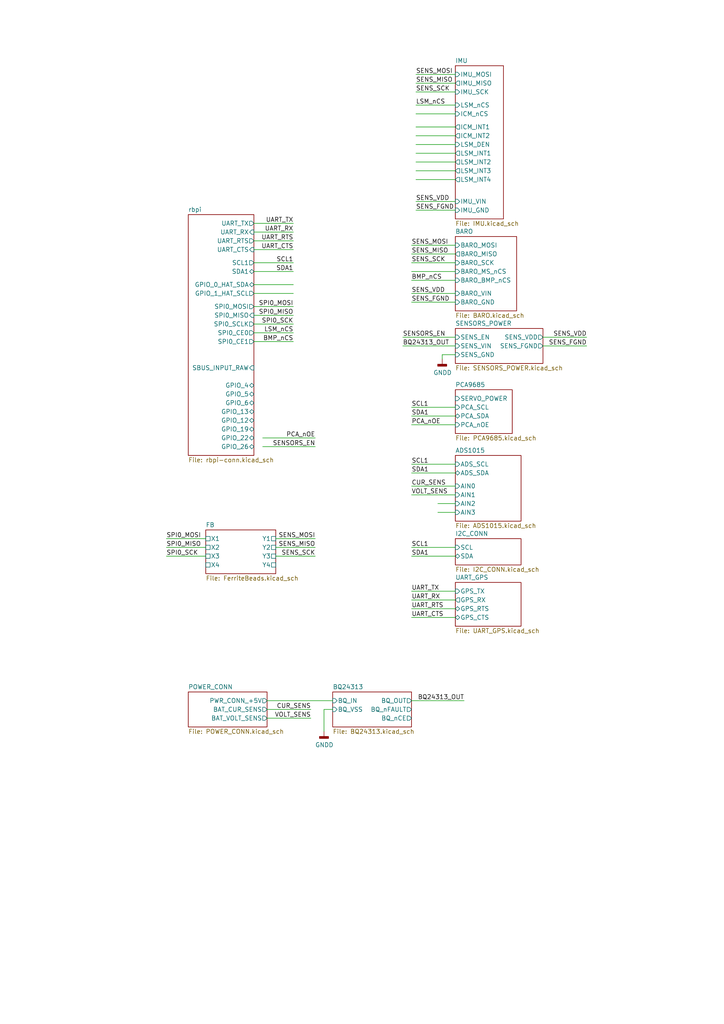
<source format=kicad_sch>
(kicad_sch (version 20230121) (generator eeschema)
  (paper "A4" portrait)
  (title_block (title "RasPi Zero NAV Hat") (date "2022-10-12") (rev "0.1") (company "chipiki.ru") (comment 1 "RasPi Zero NAV Hat") (comment 2 "Denis Tsekh"))
  (lib_symbols
    (symbol "power:GNDD" (power) (pin_names (offset 0))
      (property "Value" "GNDD" (at 0 -3.175 0))
      (symbol "GNDD_0_1"
        (rectangle (start -1.27 -1.524) (end 1.27 -2.032) (stroke (width 0.254)) (fill (type outline)))
        (polyline (pts (xy 0 0) (xy 0 -1.524)))
      )
      (symbol "GNDD_1_1"
        (pin power_in line (at 0 0 270) (length 0) hide (name "GNDD") (number "1"))
      )
    )
  )
  (wire (pts (xy 132.08 97.79) (xy 116.84 97.79)))
  (wire (pts (xy 132.08 41.91) (xy 120.65 41.91)))
  (wire (pts (xy 76.2 127) (xy 91.44 127)))
  (wire (pts (xy 157.48 97.79) (xy 170.18 97.79)))
  (wire (pts (xy 73.66 64.77) (xy 85.09 64.77)))
  (wire (pts (xy 119.38 76.2) (xy 132.08 76.2)))
  (wire (pts (xy 132.08 146.05) (xy 127 146.05)))
  (wire (pts (xy 132.08 49.53) (xy 120.65 49.53)))
  (wire (pts (xy 59.69 156.21) (xy 48.26 156.21)))
  (wire (pts (xy 132.08 24.13) (xy 120.65 24.13)))
  (wire (pts (xy 132.08 87.63) (xy 119.38 87.63)))
  (wire (pts (xy 73.66 78.74) (xy 85.09 78.74)))
  (wire (pts (xy 73.66 85.09) (xy 85.09 85.09)))
  (wire (pts (xy 73.66 69.85) (xy 85.09 69.85)))
  (wire (pts (xy 119.38 118.11) (xy 132.08 118.11)))
  (wire (pts (xy 119.38 171.45) (xy 132.08 171.45)))
  (wire (pts (xy 132.08 81.28) (xy 119.38 81.28)))
  (wire (pts (xy 73.66 96.52) (xy 85.09 96.52)))
  (wire (pts (xy 73.66 93.98) (xy 85.09 93.98)))
  (wire (pts (xy 96.52 205.74) (xy 93.98 205.74)))
  (wire (pts (xy 132.08 100.33) (xy 116.84 100.33)))
  (wire (pts (xy 132.08 123.19) (xy 119.38 123.19)))
  (wire (pts (xy 80.01 161.29) (xy 91.44 161.29)))
  (wire (pts (xy 132.08 33.02) (xy 120.65 33.02)))
  (wire (pts (xy 73.66 99.06) (xy 85.09 99.06)))
  (wire (pts (xy 73.66 72.39) (xy 85.09 72.39)))
  (wire (pts (xy 132.08 39.37) (xy 120.65 39.37)))
  (wire (pts (xy 132.08 26.67) (xy 120.65 26.67)))
  (wire (pts (xy 119.38 161.29) (xy 132.08 161.29)))
  (wire (pts (xy 132.08 58.42) (xy 120.65 58.42)))
  (wire (pts (xy 132.08 46.99) (xy 120.65 46.99)))
  (wire (pts (xy 132.08 78.74) (xy 119.38 78.74)))
  (wire (pts (xy 132.08 102.87) (xy 128.27 102.87)))
  (wire (pts (xy 119.38 120.65) (xy 132.08 120.65)))
  (wire (pts (xy 119.38 140.97) (xy 132.08 140.97)))
  (wire (pts (xy 73.66 91.44) (xy 85.09 91.44)))
  (wire (pts (xy 132.08 52.07) (xy 120.65 52.07)))
  (wire (pts (xy 132.08 30.48) (xy 120.65 30.48)))
  (wire (pts (xy 59.69 158.75) (xy 48.26 158.75)))
  (wire (pts (xy 119.38 179.07) (xy 132.08 179.07)))
  (wire (pts (xy 119.38 71.12) (xy 132.08 71.12)))
  (wire (pts (xy 73.66 67.31) (xy 85.09 67.31)))
  (wire (pts (xy 80.01 156.21) (xy 91.44 156.21)))
  (wire (pts (xy 157.48 100.33) (xy 170.18 100.33)))
  (wire (pts (xy 73.66 76.2) (xy 85.09 76.2)))
  (wire (pts (xy 119.38 137.16) (xy 132.08 137.16)))
  (wire (pts (xy 132.08 85.09) (xy 119.38 85.09)))
  (wire (pts (xy 132.08 148.59) (xy 127 148.59)))
  (wire (pts (xy 119.38 143.51) (xy 132.08 143.51)))
  (wire (pts (xy 76.2 129.54) (xy 91.44 129.54)))
  (wire (pts (xy 119.38 158.75) (xy 132.08 158.75)))
  (wire (pts (xy 73.66 88.9) (xy 85.09 88.9)))
  (wire (pts (xy 77.47 205.74) (xy 90.17 205.74)))
  (wire (pts (xy 132.08 44.45) (xy 120.65 44.45)))
  (wire (pts (xy 119.38 203.2) (xy 134.62 203.2)))
  (wire (pts (xy 80.01 158.75) (xy 91.44 158.75)))
  (wire (pts (xy 59.69 161.29) (xy 48.26 161.29)))
  (wire (pts (xy 73.66 82.55) (xy 85.09 82.55)))
  (wire (pts (xy 132.08 60.96) (xy 120.65 60.96)))
  (wire (pts (xy 93.98 205.74) (xy 93.98 212.09)))
  (wire (pts (xy 77.47 208.28) (xy 90.17 208.28)))
  (wire (pts (xy 119.38 134.62) (xy 132.08 134.62)))
  (wire (pts (xy 119.38 73.66) (xy 132.08 73.66)))
  (wire (pts (xy 77.47 203.2) (xy 96.52 203.2)))
  (wire (pts (xy 132.08 36.83) (xy 120.65 36.83)))
  (wire (pts (xy 119.38 176.53) (xy 132.08 176.53)))
  (wire (pts (xy 128.27 102.87) (xy 128.27 104.14)))
  (wire (pts (xy 119.38 173.99) (xy 132.08 173.99)))
  (wire (pts (xy 132.08 21.59) (xy 120.65 21.59)))
  (label "SENS_FGND" (at 119.38 87.63 0))
  (label "BMP_nCS" (at 85.09 99.06 180))
  (label "VOLT_SENS" (at 90.17 208.28 180))
  (label "SENS_MISO" (at 91.44 158.75 180))
  (label "SPI0_SCK" (at 85.09 93.98 180))
  (label "SENS_VDD" (at 119.38 85.09 0))
  (label "UART_RTS" (at 119.38 176.53 0))
  (label "UART_RTS" (at 85.09 69.85 180))
  (label "SENSORS_EN" (at 116.84 97.79 0))
  (label "SDA1" (at 119.38 120.65 0))
  (label "UART_RX" (at 85.09 67.31 180))
  (label "UART_CTS" (at 119.38 179.07 0))
  (label "PCA_nOE" (at 91.44 127 180))
  (label "CUR_SENS" (at 90.17 205.74 180))
  (label "SPI0_SCK" (at 48.26 161.29 0))
  (label "LSM_nCS" (at 85.09 96.52 180))
  (label "SENSORS_EN" (at 91.44 129.54 180))
  (label "SDA1" (at 119.38 161.29 0))
  (label "SENS_SCK" (at 120.65 26.67 0))
  (label "SPI0_MOSI" (at 85.09 88.9 180))
  (label "VOLT_SENS" (at 119.38 143.51 0))
  (label "SCL1" (at 119.38 134.62 0))
  (label "BQ24313_OUT" (at 134.62 203.2 180))
  (label "SENS_SCK" (at 91.44 161.29 180))
  (label "SDA1" (at 85.09 78.74 180))
  (label "SENS_MISO" (at 119.38 73.66 0))
  (label "SENS_VDD" (at 170.18 97.79 180))
  (label "SENS_VDD" (at 120.65 58.42 0))
  (label "SCL1" (at 119.38 118.11 0))
  (label "SENS_MOSI" (at 120.65 21.59 0))
  (label "BQ24313_OUT" (at 116.84 100.33 0))
  (label "SENS_SCK" (at 119.38 76.2 0))
  (label "SENS_MOSI" (at 119.38 71.12 0))
  (label "SPI0_MISO" (at 48.26 158.75 0))
  (label "SENS_MISO" (at 120.65 24.13 0))
  (label "SDA1" (at 119.38 137.16 0))
  (label "UART_RX" (at 119.38 173.99 0))
  (label "SCL1" (at 85.09 76.2 180))
  (label "UART_CTS" (at 85.09 72.39 180))
  (label "BMP_nCS" (at 119.38 81.28 0))
  (label "SCL1" (at 119.38 158.75 0))
  (label "SENS_FGND" (at 120.65 60.96 0))
  (label "CUR_SENS" (at 119.38 140.97 0))
  (label "PCA_nOE" (at 119.38 123.19 0))
  (label "SENS_FGND" (at 170.18 100.33 180))
  (label "SENS_MOSI" (at 91.44 156.21 180))
  (label "SPI0_MOSI" (at 48.26 156.21 0))
  (label "LSM_nCS" (at 120.65 30.48 0))
  (label "UART_TX" (at 119.38 171.45 0))
  (label "SPI0_MISO" (at 85.09 91.44 180))
  (label "UART_TX" (at 85.09 64.77 180))
  (symbol (lib_id "power:GNDD") (at 93.98 212.09 0) (unit 1)
    (property "Reference" "#PWR0106" (effects hide))
    (property "Value" "GNDD" (at 94.0816 216.027 0))
  )
  (symbol (lib_id "power:GNDD") (at 128.27 104.14 0) (unit 1)
    (property "Reference" "#PWR0135" (effects hide))
    (property "Value" "GNDD" (at 128.3716 108.077 0))
  )
  (sheet (at 132.08 113.03) (size 16.51 12.7)
    (property "Sheetname" "PCA9685" (at 132.08 112.3184 0) (effects (justify left bottom)))
    (property "Sheetfile" "PCA9685.kicad_sch" (at 132.08 126.3146 0) (effects (justify left top)))
    (pin "PCA_SCL" input (at 132.08 118.11 180))
    (pin "PCA_SDA" bidirectional (at 132.08 120.65 180))
    (pin "PCA_nOE" input (at 132.08 123.19 180))
    (pin "SERVO_POWER" input (at 132.08 115.57 180))
  )
  (sheet (at 132.08 156.21) (size 19.05 7.62)
    (property "Sheetname" "I2C_CONN" (at 132.08 155.4984 0) (effects (justify left bottom)))
    (property "Sheetfile" "I2C_CONN.kicad_sch" (at 132.08 164.4146 0) (effects (justify left top)))
    (pin "SCL" input (at 132.08 158.75 180))
    (pin "SDA" bidirectional (at 132.08 161.29 180))
  )
  (sheet (at 96.52 200.66) (size 22.86 10.16)
    (property "Sheetname" "BQ24313" (at 96.52 199.9484 0) (effects (justify left bottom)))
    (property "Sheetfile" "BQ24313.kicad_sch" (at 96.52 211.4046 0) (effects (justify left top)))
    (pin "BQ_IN" input (at 96.52 203.2 180))
    (pin "BQ_VSS" input (at 96.52 205.74 180))
    (pin "BQ_nFAULT" output (at 119.38 205.74 0))
    (pin "BQ_OUT" output (at 119.38 203.2 0))
    (pin "BQ_nCE" output (at 119.38 208.28 0))
  )
  (sheet (at 132.08 19.05) (size 13.97 44.45)
    (property "Sheetname" "IMU" (at 132.08 18.3384 0) (effects (justify left bottom)))
    (property "Sheetfile" "IMU.kicad_sch" (at 132.08 64.0846 0) (effects (justify left top)))
    (pin "IMU_VIN" input (at 132.08 58.42 180))
    (pin "IMU_GND" input (at 132.08 60.96 180))
    (pin "LSM_nCS" input (at 132.08 30.48 180))
    (pin "ICM_nCS" input (at 132.08 33.02 180))
    (pin "ICM_INT1" output (at 132.08 36.83 180))
    (pin "ICM_INT2" output (at 132.08 39.37 180))
    (pin "LSM_INT1" output (at 132.08 44.45 180))
    (pin "LSM_INT2" output (at 132.08 46.99 180))
    (pin "LSM_INT3" output (at 132.08 49.53 180))
    (pin "LSM_INT4" output (at 132.08 52.07 180))
    (pin "IMU_MOSI" input (at 132.08 21.59 180))
    (pin "IMU_MISO" output (at 132.08 24.13 180))
    (pin "IMU_SCK" input (at 132.08 26.67 180))
    (pin "LSM_DEN" input (at 132.08 41.91 180))
  )
  (sheet (at 132.08 95.25) (size 25.4 10.16)
    (property "Sheetname" "SENSORS_POWER" (at 132.08 94.5384 0) (effects (justify left bottom)))
    (property "Sheetfile" "SENSORS_POWER.kicad_sch" (at 132.08 105.9946 0) (effects (justify left top)))
    (pin "SENS_VIN" input (at 132.08 100.33 180))
    (pin "SENS_GND" input (at 132.08 102.87 180))
    (pin "SENS_EN" input (at 132.08 97.79 180))
    (pin "SENS_VDD" output (at 157.48 97.79 0))
    (pin "SENS_FGND" output (at 157.48 100.33 0))
  )
  (sheet (at 132.08 132.08) (size 19.05 19.05)
    (property "Sheetname" "ADS1015" (at 132.08 131.3684 0) (effects (justify left bottom)))
    (property "Sheetfile" "ADS1015.kicad_sch" (at 132.08 151.7146 0) (effects (justify left top)))
    (pin "AIN0" input (at 132.08 140.97 180))
    (pin "AIN1" input (at 132.08 143.51 180))
    (pin "AIN2" input (at 132.08 146.05 180))
    (pin "AIN3" input (at 132.08 148.59 180))
    (pin "ADS_SCL" input (at 132.08 134.62 180))
    (pin "ADS_SDA" bidirectional (at 132.08 137.16 180))
  )
  (sheet (at 54.61 200.66) (size 22.86 10.16)
    (property "Sheetname" "POWER_CONN" (at 54.61 199.9484 0) (effects (justify left bottom)))
    (property "Sheetfile" "POWER_CONN.kicad_sch" (at 54.61 211.4046 0) (effects (justify left top)))
    (pin "BAT_CUR_SENS" output (at 77.47 205.74 0))
    (pin "BAT_VOLT_SENS" output (at 77.47 208.28 0))
    (pin "PWR_CONN_+5V" output (at 77.47 203.2 0))
  )
  (sheet (at 132.08 68.58) (size 17.78 21.59)
    (property "Sheetname" "BARO" (at 132.08 67.8684 0) (effects (justify left bottom)))
    (property "Sheetfile" "BARO.kicad_sch" (at 132.08 90.7546 0) (effects (justify left top)))
    (pin "BARO_VIN" input (at 132.08 85.09 180))
    (pin "BARO_MOSI" input (at 132.08 71.12 180))
    (pin "BARO_MISO" output (at 132.08 73.66 180))
    (pin "BARO_SCK" input (at 132.08 76.2 180))
    (pin "BARO_MS_nCS" input (at 132.08 78.74 180))
    (pin "BARO_BMP_nCS" input (at 132.08 81.28 180))
    (pin "BARO_GND" input (at 132.08 87.63 180))
  )
  (sheet (at 54.61 62.23) (size 19.05 69.85)
    (property "Sheetname" "rbpi" (at 54.61 61.5184 0) (effects (justify left bottom)))
    (property "Sheetfile" "rbpi-conn.kicad_sch" (at 54.61 132.6646 0) (effects (justify left top)))
    (pin "UART_TX" output (at 73.66 64.77 0))
    (pin "UART_RX" input (at 73.66 67.31 0))
    (pin "SDA1" bidirectional (at 73.66 78.74 0))
    (pin "SCL1" output (at 73.66 76.2 0))
    (pin "SPI0_MOSI" output (at 73.66 88.9 0))
    (pin "SPI0_MISO" input (at 73.66 91.44 0))
    (pin "SPI0_SCLK" output (at 73.66 93.98 0))
    (pin "GPIO_0_HAT_SDA" bidirectional (at 73.66 82.55 0))
    (pin "GPIO_5" tri_state (at 73.66 114.3 0))
    (pin "GPIO_6" tri_state (at 73.66 116.84 0))
    (pin "GPIO_13" tri_state (at 73.66 119.38 0))
    (pin "GPIO_26" tri_state (at 73.66 129.54 0))
    (pin "GPIO_1_HAT_SCL" output (at 73.66 85.09 0))
    (pin "GPIO_12" tri_state (at 73.66 121.92 0))
    (pin "GPIO_19" tri_state (at 73.66 124.46 0))
    (pin "GPIO_22" tri_state (at 73.66 127 0))
    (pin "UART_RTS" output (at 73.66 69.85 0))
    (pin "UART_CTS" input (at 73.66 72.39 0))
    (pin "GPIO_4" tri_state (at 73.66 111.76 0))
    (pin "SBUS_INPUT_RAW" input (at 73.66 106.68 0))
    (pin "SPI0_CE0" output (at 73.66 96.52 0))
    (pin "SPI0_CE1" output (at 73.66 99.06 0))
  )
  (sheet (at 132.08 168.91) (size 19.05 12.7)
    (property "Sheetname" "UART_GPS" (at 132.08 168.1984 0) (effects (justify left bottom)))
    (property "Sheetfile" "UART_GPS.kicad_sch" (at 132.08 182.1946 0) (effects (justify left top)))
    (pin "GPS_TX" input (at 132.08 171.45 180))
    (pin "GPS_RX" output (at 132.08 173.99 180))
    (pin "GPS_CTS" bidirectional (at 132.08 179.07 180))
    (pin "GPS_RTS" bidirectional (at 132.08 176.53 180))
  )
  (sheet (at 59.69 153.67) (size 20.32 12.7)
    (property "Sheetname" "FB" (at 59.69 152.9584 0) (effects (justify left bottom)))
    (property "Sheetfile" "FerriteBeads.kicad_sch" (at 59.69 166.9546 0) (effects (justify left top)))
    (pin "X1" passive (at 59.69 156.21 180))
    (pin "X2" passive (at 59.69 158.75 180))
    (pin "X3" passive (at 59.69 161.29 180))
    (pin "X4" passive (at 59.69 163.83 180))
    (pin "Y1" passive (at 80.01 156.21 0))
    (pin "Y2" passive (at 80.01 158.75 0))
    (pin "Y3" passive (at 80.01 161.29 0))
    (pin "Y4" passive (at 80.01 163.83 0))
  )
)
</source>
